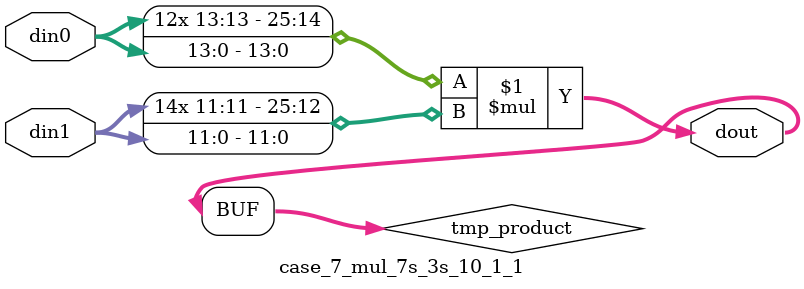
<source format=v>

`timescale 1 ns / 1 ps

 (* use_dsp = "no" *)  module case_7_mul_7s_3s_10_1_1(din0, din1, dout);
parameter ID = 1;
parameter NUM_STAGE = 0;
parameter din0_WIDTH = 14;
parameter din1_WIDTH = 12;
parameter dout_WIDTH = 26;

input [din0_WIDTH - 1 : 0] din0; 
input [din1_WIDTH - 1 : 0] din1; 
output [dout_WIDTH - 1 : 0] dout;

wire signed [dout_WIDTH - 1 : 0] tmp_product;



























assign tmp_product = $signed(din0) * $signed(din1);








assign dout = tmp_product;





















endmodule

</source>
